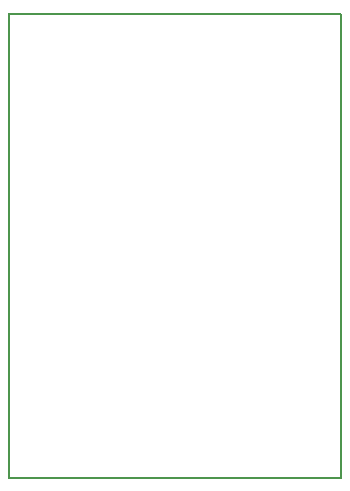
<source format=gbr>
G04 #@! TF.FileFunction,Profile,NP*
%FSLAX46Y46*%
G04 Gerber Fmt 4.6, Leading zero omitted, Abs format (unit mm)*
G04 Created by KiCad (PCBNEW 4.0.2+dfsg1-stable) date Mon 27 Feb 2017 07:22:47 PM EST*
%MOMM*%
G01*
G04 APERTURE LIST*
%ADD10C,0.100000*%
%ADD11C,0.150000*%
G04 APERTURE END LIST*
D10*
D11*
X112522000Y-78676500D02*
X111252000Y-78676500D01*
X139319000Y-78676500D02*
X138049000Y-78676500D01*
X139319000Y-117094000D02*
X139319000Y-78676500D01*
X138049000Y-117983000D02*
X139319000Y-117983000D01*
X111252000Y-117983000D02*
X111252000Y-117856000D01*
X112522000Y-117983000D02*
X111252000Y-117983000D01*
X111252000Y-117030500D02*
X111252000Y-117856000D01*
X139319000Y-117919500D02*
X139319000Y-117094000D01*
X112522000Y-117983000D02*
X138049000Y-117983000D01*
X111252000Y-78549500D02*
X111252000Y-117030500D01*
X112522000Y-78676500D02*
X138049000Y-78676500D01*
M02*

</source>
